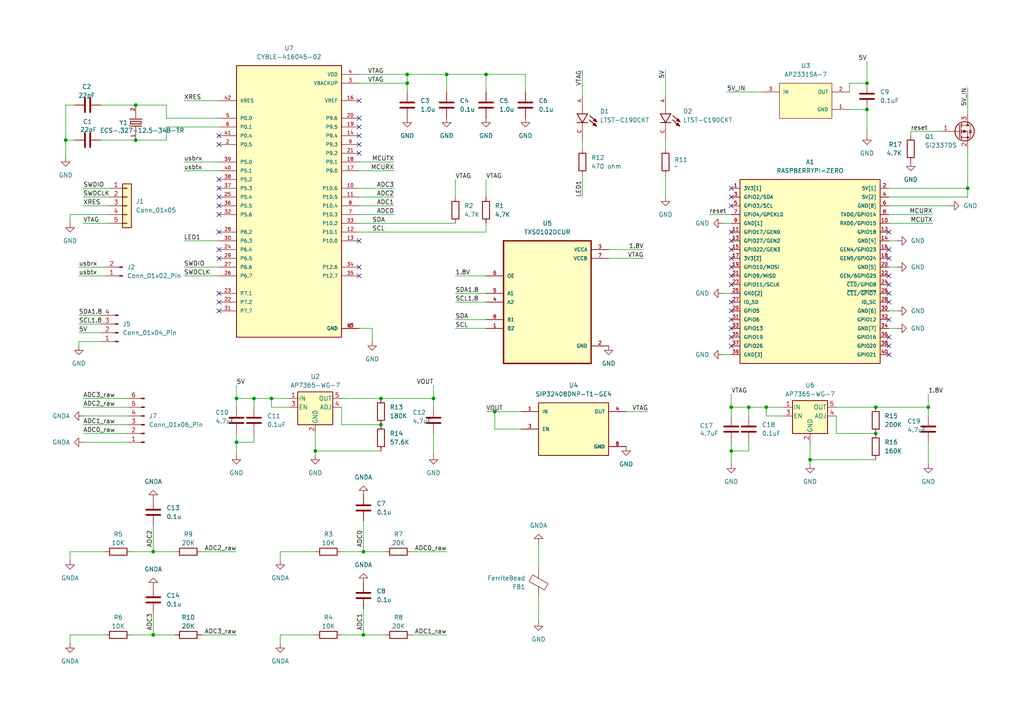
<source format=kicad_sch>
(kicad_sch (version 20250114) (generator "eeschema") (generator_version "9.0")
  (paper "A4")
  (title_block (title "ECMOPCBv2") (date "2025-04-10") (rev "V2") (company "Carnegie Mellon University Biorobotics Lab"))
  (junction (at 234.95 133.35))
  (junction (at 140.97 21.59))
  (junction (at 78.74 115.57))
  (junction (at 129.54 21.59))
  (junction (at 44.45 184.15))
  (junction (at 19.05 40.64))
  (junction (at 251.46 31.75))
  (junction (at 91.44 130.81))
  (junction (at 217.17 118.11))
  (junction (at 254 118.11))
  (junction (at 212.09 130.81))
  (junction (at 39.37 30.48))
  (junction (at 110.49 115.57))
  (junction (at 212.09 118.11))
  (junction (at 68.58 115.57))
  (junction (at 105.41 160.02))
  (junction (at 143.51 119.38))
  (junction (at 73.66 115.57))
  (junction (at 39.37 40.64))
  (junction (at 125.73 115.57))
  (junction (at 280.67 54.61))
  (junction (at 118.11 24.13))
  (junction (at 68.58 128.27))
  (junction (at 251.46 24.13))
  (junction (at 254 125.73))
  (junction (at 44.45 160.02))
  (junction (at 118.11 21.59))
  (junction (at 105.41 184.15))
  (junction (at 110.49 123.19))
  (junction (at 269.24 118.11))
  (junction (at 222.25 118.11))
  (no_connect (at 63.5 90.17))
  (no_connect (at 63.5 59.69))
  (no_connect (at 257.81 67.31))
  (no_connect (at 257.81 92.71))
  (no_connect (at 257.81 72.39))
  (no_connect (at 104.14 80.01))
  (no_connect (at 212.09 82.55))
  (no_connect (at 63.5 72.39))
  (no_connect (at 63.5 52.07))
  (no_connect (at 104.14 39.37))
  (no_connect (at 104.14 29.21))
  (no_connect (at 212.09 67.31))
  (no_connect (at 212.09 77.47))
  (no_connect (at 63.5 62.23))
  (no_connect (at 63.5 41.91))
  (no_connect (at 104.14 69.85))
  (no_connect (at 212.09 59.69))
  (no_connect (at 212.09 97.79))
  (no_connect (at 212.09 72.39))
  (no_connect (at 104.14 36.83))
  (no_connect (at 257.81 74.93))
  (no_connect (at 212.09 95.25))
  (no_connect (at 63.5 85.09))
  (no_connect (at 257.81 82.55))
  (no_connect (at 257.81 97.79))
  (no_connect (at 212.09 100.33))
  (no_connect (at 212.09 80.01))
  (no_connect (at 212.09 74.93))
  (no_connect (at 257.81 102.87))
  (no_connect (at 257.81 80.01))
  (no_connect (at 63.5 57.15))
  (no_connect (at 63.5 54.61))
  (no_connect (at 212.09 87.63))
  (no_connect (at 212.09 57.15))
  (no_connect (at 63.5 39.37))
  (no_connect (at 212.09 92.71))
  (no_connect (at 257.81 100.33))
  (no_connect (at 257.81 85.09))
  (no_connect (at 104.14 41.91))
  (no_connect (at 212.09 69.85))
  (no_connect (at 212.09 54.61))
  (no_connect (at 63.5 87.63))
  (no_connect (at 63.5 74.93))
  (no_connect (at 63.5 67.31))
  (no_connect (at 104.14 34.29))
  (no_connect (at 212.09 90.17))
  (no_connect (at 104.14 44.45))
  (no_connect (at 104.14 77.47))
  (no_connect (at 257.81 87.63))
  (wire (pts (xy 176.53 74.93) (xy 186.69 74.93)))
  (wire (pts (xy 48.26 36.83) (xy 48.26 40.64)))
  (wire (pts (xy 269.24 128.27) (xy 269.24 134.62)))
  (wire (pts (xy 251.46 24.13) (xy 246.38 24.13)))
  (wire (pts (xy 78.74 115.57) (xy 78.74 118.11)))
  (wire (pts (xy 269.24 114.3) (xy 269.24 118.11)))
  (wire (pts (xy 280.67 25.4) (xy 280.67 33.02)))
  (wire (pts (xy 104.14 95.25) (xy 107.95 95.25)))
  (wire (pts (xy 212.09 118.11) (xy 212.09 120.65)))
  (wire (pts (xy 20.32 184.15) (xy 20.32 186.69)))
  (wire (pts (xy 210.82 26.67) (xy 220.98 26.67)))
  (wire (pts (xy 168.91 43.18) (xy 168.91 40.64)))
  (wire (pts (xy 132.08 87.63) (xy 140.97 87.63)))
  (wire (pts (xy 22.86 80.01) (xy 30.48 80.01)))
  (wire (pts (xy 132.08 85.09) (xy 140.97 85.09)))
  (wire (pts (xy 129.54 21.59) (xy 129.54 26.67)))
  (wire (pts (xy 22.86 77.47) (xy 30.48 77.47)))
  (wire (pts (xy 156.21 180.34) (xy 156.21 172.72)))
  (wire (pts (xy 246.38 24.13) (xy 246.38 26.67)))
  (wire (pts (xy 78.74 115.57) (xy 83.82 115.57)))
  (wire (pts (xy 217.17 118.11) (xy 222.25 118.11)))
  (wire (pts (xy 125.73 115.57) (xy 125.73 118.11)))
  (wire (pts (xy 125.73 111.76) (xy 125.73 115.57)))
  (wire (pts (xy 132.08 95.25) (xy 140.97 95.25)))
  (wire (pts (xy 44.45 184.15) (xy 50.8 184.15)))
  (wire (pts (xy 63.5 34.29) (xy 48.26 34.29)))
  (wire (pts (xy 257.81 64.77) (xy 270.51 64.77)))
  (wire (pts (xy 132.08 52.07) (xy 132.08 57.15)))
  (wire (pts (xy 260.35 95.25) (xy 257.81 95.25)))
  (wire (pts (xy 260.35 77.47) (xy 257.81 77.47)))
  (wire (pts (xy 104.14 24.13) (xy 118.11 24.13)))
  (wire (pts (xy 68.58 115.57) (xy 73.66 115.57)))
  (wire (pts (xy 152.4 21.59) (xy 152.4 26.67)))
  (wire (pts (xy 58.42 184.15) (xy 68.58 184.15)))
  (wire (pts (xy 257.81 59.69) (xy 275.59 59.69)))
  (wire (pts (xy 48.26 40.64) (xy 39.37 40.64)))
  (wire (pts (xy 21.59 30.48) (xy 19.05 30.48)))
  (wire (pts (xy 118.11 21.59) (xy 118.11 24.13)))
  (wire (pts (xy 24.13 125.73) (xy 36.83 125.73)))
  (wire (pts (xy 22.86 93.98) (xy 29.21 93.98)))
  (wire (pts (xy 181.61 119.38) (xy 187.96 119.38)))
  (wire (pts (xy 118.11 24.13) (xy 118.11 26.67)))
  (wire (pts (xy 104.14 59.69) (xy 114.3 59.69)))
  (wire (pts (xy 63.5 36.83) (xy 48.26 36.83)))
  (wire (pts (xy 257.81 62.23) (xy 270.51 62.23)))
  (wire (pts (xy 234.95 128.27) (xy 234.95 133.35)))
  (wire (pts (xy 251.46 17.78) (xy 251.46 24.13)))
  (wire (pts (xy 30.48 184.15) (xy 20.32 184.15)))
  (wire (pts (xy 105.41 160.02) (xy 111.76 160.02)))
  (wire (pts (xy 260.35 69.85) (xy 257.81 69.85)))
  (wire (pts (xy 19.05 30.48) (xy 19.05 40.64)))
  (wire (pts (xy 209.55 64.77) (xy 212.09 64.77)))
  (wire (pts (xy 44.45 152.4) (xy 44.45 160.02)))
  (wire (pts (xy 234.95 133.35) (xy 234.95 134.62)))
  (wire (pts (xy 24.13 57.15) (xy 31.75 57.15)))
  (wire (pts (xy 58.42 160.02) (xy 68.58 160.02)))
  (wire (pts (xy 264.16 38.1) (xy 264.16 39.37)))
  (wire (pts (xy 176.53 72.39) (xy 186.69 72.39)))
  (wire (pts (xy 91.44 160.02) (xy 81.28 160.02)))
  (wire (pts (xy 81.28 160.02) (xy 81.28 162.56)))
  (wire (pts (xy 68.58 115.57) (xy 68.58 118.11)))
  (wire (pts (xy 217.17 118.11) (xy 217.17 120.65)))
  (wire (pts (xy 193.04 40.64) (xy 193.04 43.18)))
  (wire (pts (xy 104.14 64.77) (xy 132.08 64.77)))
  (wire (pts (xy 81.28 184.15) (xy 81.28 186.69)))
  (wire (pts (xy 140.97 67.31) (xy 104.14 67.31)))
  (wire (pts (xy 24.13 115.57) (xy 36.83 115.57)))
  (wire (pts (xy 53.34 46.99) (xy 63.5 46.99)))
  (wire (pts (xy 132.08 80.01) (xy 140.97 80.01)))
  (wire (pts (xy 24.13 54.61) (xy 31.75 54.61)))
  (wire (pts (xy 168.91 20.32) (xy 168.91 27.94)))
  (wire (pts (xy 22.86 91.44) (xy 29.21 91.44)))
  (wire (pts (xy 24.13 64.77) (xy 31.75 64.77)))
  (wire (pts (xy 280.67 57.15) (xy 280.67 54.61)))
  (wire (pts (xy 78.74 118.11) (xy 83.82 118.11)))
  (wire (pts (xy 53.34 29.21) (xy 63.5 29.21)))
  (wire (pts (xy 129.54 21.59) (xy 140.97 21.59)))
  (wire (pts (xy 193.04 50.8) (xy 193.04 57.15)))
  (wire (pts (xy 217.17 128.27) (xy 217.17 130.81)))
  (wire (pts (xy 68.58 128.27) (xy 68.58 132.08)))
  (wire (pts (xy 24.13 128.27) (xy 36.83 128.27)))
  (wire (pts (xy 269.24 118.11) (xy 269.24 120.65)))
  (wire (pts (xy 22.86 99.06) (xy 22.86 100.33)))
  (wire (pts (xy 68.58 125.73) (xy 68.58 128.27)))
  (wire (pts (xy 22.86 96.52) (xy 29.21 96.52)))
  (wire (pts (xy 99.06 123.19) (xy 110.49 123.19)))
  (wire (pts (xy 105.41 176.53) (xy 105.41 184.15)))
  (wire (pts (xy 107.95 95.25) (xy 107.95 99.06)))
  (wire (pts (xy 24.13 123.19) (xy 36.83 123.19)))
  (wire (pts (xy 44.45 160.02) (xy 50.8 160.02)))
  (wire (pts (xy 29.21 40.64) (xy 39.37 40.64)))
  (wire (pts (xy 140.97 21.59) (xy 152.4 21.59)))
  (wire (pts (xy 140.97 21.59) (xy 140.97 26.67)))
  (wire (pts (xy 118.11 21.59) (xy 129.54 21.59)))
  (wire (pts (xy 91.44 184.15) (xy 81.28 184.15)))
  (wire (pts (xy 205.74 62.23) (xy 212.09 62.23)))
  (wire (pts (xy 140.97 64.77) (xy 140.97 67.31)))
  (wire (pts (xy 242.57 120.65) (xy 242.57 125.73)))
  (wire (pts (xy 20.32 160.02) (xy 20.32 162.56)))
  (wire (pts (xy 99.06 184.15) (xy 105.41 184.15)))
  (wire (pts (xy 110.49 115.57) (xy 125.73 115.57)))
  (wire (pts (xy 68.58 128.27) (xy 73.66 128.27)))
  (wire (pts (xy 99.06 160.02) (xy 105.41 160.02)))
  (wire (pts (xy 22.86 99.06) (xy 29.21 99.06)))
  (wire (pts (xy 212.09 130.81) (xy 217.17 130.81)))
  (wire (pts (xy 257.81 54.61) (xy 280.67 54.61)))
  (wire (pts (xy 105.41 151.13) (xy 105.41 160.02)))
  (wire (pts (xy 24.13 118.11) (xy 36.83 118.11)))
  (wire (pts (xy 104.14 21.59) (xy 118.11 21.59)))
  (wire (pts (xy 257.81 57.15) (xy 280.67 57.15)))
  (wire (pts (xy 73.66 115.57) (xy 78.74 115.57)))
  (wire (pts (xy 19.05 40.64) (xy 21.59 40.64)))
  (wire (pts (xy 125.73 125.73) (xy 125.73 132.08)))
  (wire (pts (xy 242.57 118.11) (xy 254 118.11)))
  (wire (pts (xy 19.05 40.64) (xy 19.05 45.72)))
  (wire (pts (xy 99.06 118.11) (xy 99.06 123.19)))
  (wire (pts (xy 156.21 165.1) (xy 156.21 157.48)))
  (wire (pts (xy 222.25 120.65) (xy 227.33 120.65)))
  (wire (pts (xy 104.14 49.53) (xy 114.3 49.53)))
  (wire (pts (xy 48.26 30.48) (xy 39.37 30.48)))
  (wire (pts (xy 151.13 124.46) (xy 143.51 124.46)))
  (wire (pts (xy 251.46 31.75) (xy 251.46 39.37)))
  (wire (pts (xy 20.32 64.77) (xy 20.32 62.23)))
  (wire (pts (xy 73.66 115.57) (xy 73.66 118.11)))
  (wire (pts (xy 53.34 77.47) (xy 63.5 77.47)))
  (wire (pts (xy 104.14 46.99) (xy 114.3 46.99)))
  (wire (pts (xy 30.48 160.02) (xy 20.32 160.02)))
  (wire (pts (xy 212.09 118.11) (xy 217.17 118.11)))
  (wire (pts (xy 212.09 128.27) (xy 212.09 130.81)))
  (wire (pts (xy 91.44 130.81) (xy 110.49 130.81)))
  (wire (pts (xy 104.14 62.23) (xy 114.3 62.23)))
  (wire (pts (xy 193.04 20.32) (xy 193.04 27.94)))
  (wire (pts (xy 242.57 125.73) (xy 254 125.73)))
  (wire (pts (xy 24.13 59.69) (xy 31.75 59.69)))
  (wire (pts (xy 91.44 125.73) (xy 91.44 130.81)))
  (wire (pts (xy 91.44 130.81) (xy 91.44 132.08)))
  (wire (pts (xy 168.91 50.8) (xy 168.91 57.15)))
  (wire (pts (xy 209.55 85.09) (xy 212.09 85.09)))
  (wire (pts (xy 104.14 57.15) (xy 114.3 57.15)))
  (wire (pts (xy 38.1 160.02) (xy 44.45 160.02)))
  (wire (pts (xy 143.51 124.46) (xy 143.51 119.38)))
  (wire (pts (xy 53.34 49.53) (xy 63.5 49.53)))
  (wire (pts (xy 38.1 184.15) (xy 44.45 184.15)))
  (wire (pts (xy 254 118.11) (xy 269.24 118.11)))
  (wire (pts (xy 234.95 133.35) (xy 254 133.35)))
  (wire (pts (xy 24.13 120.65) (xy 36.83 120.65)))
  (wire (pts (xy 212.09 114.3) (xy 212.09 118.11)))
  (wire (pts (xy 209.55 102.87) (xy 212.09 102.87)))
  (wire (pts (xy 222.25 118.11) (xy 227.33 118.11)))
  (wire (pts (xy 212.09 130.81) (xy 212.09 134.62)))
  (wire (pts (xy 140.97 52.07) (xy 140.97 57.15)))
  (wire (pts (xy 99.06 115.57) (xy 110.49 115.57)))
  (wire (pts (xy 143.51 119.38) (xy 151.13 119.38)))
  (wire (pts (xy 20.32 62.23) (xy 31.75 62.23)))
  (wire (pts (xy 53.34 69.85) (xy 63.5 69.85)))
  (wire (pts (xy 29.21 30.48) (xy 39.37 30.48)))
  (wire (pts (xy 246.38 31.75) (xy 251.46 31.75)))
  (wire (pts (xy 53.34 80.01) (xy 63.5 80.01)))
  (wire (pts (xy 68.58 111.76) (xy 68.58 115.57)))
  (wire (pts (xy 73.66 125.73) (xy 73.66 128.27)))
  (wire (pts (xy 260.35 90.17) (xy 257.81 90.17)))
  (wire (pts (xy 44.45 177.8) (xy 44.45 184.15)))
  (wire (pts (xy 119.38 160.02) (xy 129.54 160.02)))
  (wire (pts (xy 104.14 54.61) (xy 114.3 54.61)))
  (wire (pts (xy 264.16 38.1) (xy 273.05 38.1)))
  (wire (pts (xy 105.41 184.15) (xy 111.76 184.15)))
  (wire (pts (xy 140.97 119.38) (xy 143.51 119.38)))
  (wire (pts (xy 222.25 118.11) (xy 222.25 120.65)))
  (wire (pts (xy 119.38 184.15) (xy 129.54 184.15)))
  (wire (pts (xy 48.26 34.29) (xy 48.26 30.48)))
  (wire (pts (xy 132.08 92.71) (xy 140.97 92.71)))
  (wire (pts (xy 280.67 43.18) (xy 280.67 54.61)))
  (label "VOUT" (at 125.73 111.76 180))
  (label "MCURX" (at 114.3 49.53 180))
  (label "1.8V" (at 269.24 114.3 0))
  (label "SCL" (at 107.95 67.31 0))
  (label "ADC3_raw" (at 68.58 184.15 180))
  (label "VTAG" (at 168.91 20.32 270))
  (label "SWDIO" (at 24.13 54.61 0))
  (label "VTAG" (at 212.09 114.3 0))
  (label "VOUT" (at 140.97 119.38 0))
  (label "ADC1" (at 105.41 182.88 90))
  (label "reset" (at 205.74 62.23 0))
  (label "SCL1.8" (at 22.86 93.98 0))
  (label "ADC2" (at 44.45 158.75 90))
  (label "5V_IN" (at 280.67 25.4 270))
  (label "XRES" (at 53.34 29.21 0))
  (label "ADC0_raw" (at 24.13 125.73 0))
  (label "ADC0_raw" (at 129.54 160.02 180))
  (label "SCL1.8" (at 132.08 87.63 0))
  (label "5V" (at 193.04 20.32 270))
  (label "MCUTX" (at 114.3 46.99 180))
  (label "usbtx" (at 53.34 49.53 0))
  (label "XRES" (at 24.13 59.69 0))
  (label "VTAG" (at 140.97 52.07 0))
  (label "ADC1" (at 114.3 59.69 180))
  (label "ADC3" (at 44.45 182.88 90))
  (label "5V" (at 22.86 96.52 0))
  (label "LED1" (at 53.34 69.85 0))
  (label "ADC1_raw" (at 129.54 184.15 180))
  (label "SDA1.8" (at 132.08 85.09 0))
  (label "ADC3" (at 114.3 54.61 180))
  (label "usbtx" (at 22.86 80.01 0))
  (label "ADC1_raw" (at 24.13 123.19 0))
  (label "SCL" (at 132.08 95.25 0))
  (label "VTAG" (at 187.96 119.38 180))
  (label "MCUTX" (at 270.51 64.77 180))
  (label "usbrx" (at 53.34 46.99 0))
  (label "SDA1.8" (at 22.86 91.44 0))
  (label "ADC3_raw" (at 24.13 115.57 0))
  (label "5V" (at 251.46 17.78 180))
  (label "usbrx" (at 22.86 77.47 0))
  (label "LED1" (at 168.91 57.15 90))
  (label "SDA" (at 107.95 64.77 0))
  (label "VTAG" (at 106.68 24.13 0))
  (label "ADC0" (at 105.41 158.75 90))
  (label "1.8V" (at 132.08 80.01 0))
  (label "SDA" (at 132.08 92.71 0))
  (label "SWDCLK" (at 53.34 80.01 0))
  (label "ADC0" (at 114.3 62.23 180))
  (label "VTAG" (at 106.68 21.59 0))
  (label "VTAG" (at 132.08 52.07 0))
  (label "reset" (at 264.16 38.1 0))
  (label "5V" (at 68.58 111.76 0))
  (label "5V_IN" (at 210.82 26.67 0))
  (label "ADC2_raw" (at 68.58 160.02 180))
  (label "SWDIO" (at 53.34 77.47 0))
  (label "ADC2_raw" (at 24.13 118.11 0))
  (label "SWDCLK" (at 24.13 57.15 0))
  (label "VTAG" (at 24.13 64.77 0))
  (label "MCURX" (at 270.51 62.23 180))
  (label "ADC2" (at 114.3 57.15 180))
  (label "VTAG" (at 186.69 74.93 180))
  (label "1.8V" (at 186.69 72.39 180))
  (symbol (lib_id "power:GNDA") (at 44.45 144.78 180) (unit 1)
    (property "Reference" "#PWR023" (effects (hide yes)))
    (property "Value" "GNDA" (at 44.45 139.7 0))
    (property "Description" "Power symbol creates a global label with name \"GNDA\" , analog ground" (effects (hide yes)))
  )
  (symbol (lib_id "power:GND") (at 260.35 69.85 90) (unit 1)
    (property "Reference" "#PWR030" (effects (hide yes)))
    (property "Value" "GND" (at 264.16 69.8501 90) (effects (justify right)))
    (property "Description" "Power symbol creates a global label with name \"GND\" , ground" (effects (hide yes)))
  )
  (symbol (lib_id "Device:C") (at 105.41 147.32 0) (unit 1)
    (property "Reference" "C7" (at 109.22 146.0499 0) (effects (justify left)))
    (property "Value" "0.1u" (at 109.22 148.5899 0) (effects (justify left)))
    (property "Footprint" "Capacitor_SMD:C_0603_1608Metric" (effects (hide yes)))
    (property "Description" "Unpolarized capacitor" (effects (hide yes)))
  )
  (symbol (lib_id "Device:C") (at 25.4 30.48 270) (unit 1)
    (property "Reference" "C2" (at 25.146 25.146 90))
    (property "Value" "22pF" (at 25.146 27.686 90))
    (property "Footprint" "Capacitor_SMD:C_0603_1608Metric" (effects (hide yes)))
    (property "Description" "Unpolarized capacitor" (effects (hide yes)))
  )
  (symbol (lib_id "Device:R") (at 95.25 160.02 90) (unit 1)
    (property "Reference" "R3" (at 95.25 154.94 90))
    (property "Value" "10K" (at 95.25 157.48 90))
    (property "Footprint" "Resistor_SMD:R_0603_1608Metric" (effects (hide yes)))
    (property "Description" "Resistor" (effects (hide yes)))
  )
  (symbol (lib_id "power:GND") (at 260.35 95.25 90) (unit 1)
    (property "Reference" "#PWR032" (effects (hide yes)))
    (property "Value" "GND" (at 264.16 95.2501 90) (effects (justify right)))
    (property "Description" "Power symbol creates a global label with name \"GND\" , ground" (effects (hide yes)))
  )
  (symbol (lib_id "Device:C") (at 118.11 30.48 0) (unit 1)
    (property "Reference" "C3" (at 121.92 29.2099 0) (effects (justify left)))
    (property "Value" "1.0u" (at 121.92 31.7499 0) (effects (justify left)))
    (property "Footprint" "Capacitor_SMD:C_0603_1608Metric" (effects (hide yes)))
    (property "Description" "Unpolarized capacitor" (effects (hide yes)))
  )
  (symbol (lib_id "power:GND") (at 234.95 134.62 0) (unit 1)
    (property "Reference" "#PWR042" (effects (hide yes)))
    (property "Value" "GND" (at 234.95 139.7 0))
    (property "Description" "Power symbol creates a global label with name \"GND\" , ground" (effects (hide yes)))
  )
  (symbol (lib_id "power:GND") (at 260.35 90.17 90) (unit 1)
    (property "Reference" "#PWR029" (effects (hide yes)))
    (property "Value" "GND" (at 264.16 90.1701 90) (effects (justify right)))
    (property "Description" "Power symbol creates a global label with name \"GND\" , ground" (effects (hide yes)))
  )
  (symbol (lib_id "power:GND") (at 181.61 129.54 0) (unit 1)
    (property "Reference" "#PWR037" (effects (hide yes)))
    (property "Value" "GND" (at 181.61 134.62 0))
    (property "Description" "Power symbol creates a global label with name \"GND\" , ground" (effects (hide yes)))
  )
  (symbol (lib_id "Device:C") (at 105.41 172.72 0) (unit 1)
    (property "Reference" "C8" (at 109.22 171.4499 0) (effects (justify left)))
    (property "Value" "0.1u" (at 109.22 173.9899 0) (effects (justify left)))
    (property "Footprint" "Capacitor_SMD:C_0603_1608Metric" (effects (hide yes)))
    (property "Description" "Unpolarized capacitor" (effects (hide yes)))
  )
  (symbol (lib_id "Transistor_FET:AO3401A") (at 278.13 38.1 0) (unit 1)
    (property "Reference" "Q1" (at 268.224 39.624 0) (effects (justify left)))
    (property "Value" "Si2337DS" (at 268.224 42.164 0) (effects (justify left)))
    (property "Footprint" "Package_TO_SOT_SMD:SOT-23" (effects (hide yes)))
    (property "Datasheet" "http://www.aosmd.com/pdfs/datasheet/AO3401A.pdf" (effects (hide yes)))
    (property "Description" "-4.0A Id, -30V Vds, P-Channel MOSFET, SOT-23" (effects (hide yes)))
  )
  (symbol (lib_id "power:GND") (at 275.59 59.69 90) (unit 1)
    (property "Reference" "#PWR025" (effects (hide yes)))
    (property "Value" "GND" (at 279.4 59.6899 90) (effects (justify right)))
    (property "Description" "Power symbol creates a global label with name \"GND\" , ground" (effects (hide yes)))
  )
  (symbol (lib_id "Device:R") (at 264.16 43.18 0) (mirror x) (unit 1)
    (property "Reference" "R17" (at 261.62 41.9099 0) (effects (justify right)))
    (property "Value" "4.7K" (at 261.62 44.4499 0) (effects (justify right)))
    (property "Footprint" "Resistor_SMD:R_0603_1608Metric" (effects (hide yes)))
    (property "Description" "Resistor" (effects (hide yes)))
  )
  (symbol (lib_id "Device:C") (at 140.97 30.48 0) (unit 1)
    (property "Reference" "C5" (at 144.78 29.2099 0) (effects (justify left)))
    (property "Value" "1.0u" (at 144.78 31.7499 0) (effects (justify left)))
    (property "Footprint" "Capacitor_SMD:C_0603_1608Metric" (effects (hide yes)))
    (property "Description" "Unpolarized capacitor" (effects (hide yes)))
  )
  (symbol (lib_id "power:GNDA") (at 44.45 170.18 180) (unit 1)
    (property "Reference" "#PWR039" (effects (hide yes)))
    (property "Value" "GNDA" (at 44.45 165.1 0))
    (property "Description" "Power symbol creates a global label with name \"GNDA\" , analog ground" (effects (hide yes)))
  )
  (symbol (lib_id "power:GND") (at 269.24 134.62 0) (unit 1)
    (property "Reference" "#PWR043" (effects (hide yes)))
    (property "Value" "GND" (at 269.24 139.7 0))
    (property "Description" "Power symbol creates a global label with name \"GND\" , ground" (effects (hide yes)))
  )
  (symbol (lib_id "Connector_Generic:Conn_01x05") (at 36.83 59.69 0) (unit 1)
    (property "Reference" "J1" (at 39.37 58.4199 0) (effects (justify left)))
    (property "Value" "Conn_01x05" (at 39.37 60.9599 0) (effects (justify left)))
    (property "Footprint" "Connector_PinHeader_2.54mm:PinHeader_1x05_P2.54mm_Horizontal" (effects (hide yes)))
    (property "Description" "Generic connector, single row, 01x05, script generated (kicad-library-utils/schlib/autogen/connector/)" (effects (hide yes)))
  )
  (symbol (lib_name "CYBLE-416045-02_1") (lib_id "CYBLE-416045-02:CYBLE-416045-02") (at 83.82 57.15 0) (unit 1)
    (property "Reference" "U7" (at 83.82 13.97 0))
    (property "Value" "CYBLE-416045-02" (at 83.82 16.51 0))
    (property "Footprint" "CYBLE-416045-02:XCVR_CYBLE-416045-02" (effects (hide yes)))
    (property "MF" "Cypress Semiconductor" (effects (hide yes)))
    (property "MAXIMUM_PACKAGE_HEIGHT" "2.0mm" (effects (hide yes)))
    (property "Package" "None" (effects (hide yes)))
    (property "Price" "None" (effects (hide yes)))
    (property "Check_prices" "https://www.snapeda.com/parts/CYBLE-416045-02/Infineon/view-part/?ref=eda" (effects (hide yes)))
    (property "STANDARD" "Manufacturer Recommendations" (effects (hide yes)))
    (property "PARTREV" "A" (effects (hide yes)))
    (property "SnapEDA_Link" "https://www.snapeda.com/parts/CYBLE-416045-02/Infineon/view-part/?ref=snap" (effects (hide yes)))
    (property "MP" "CYBLE-416045-02" (effects (hide yes)))
    (property "Description_1" "Bluetooth Bluetooth v5.0 Transceiver Module 2.4GHz ~ 2.5GHz Integrated, Trace Surface Mount" (effects (hide yes)))
    (property "Availability" "In Stock" (effects (hide yes)))
    (property "MANUFACTURER" "CYPRESS" (effects (hide yes)))
  )
  (symbol (lib_id "power:GNDA") (at 81.28 186.69 0) (unit 1)
    (property "Reference" "#PWR013" (effects (hide yes)))
    (property "Value" "GNDA" (at 81.28 191.77 0))
    (property "Description" "Power symbol creates a global label with name \"GNDA\" , analog ground" (effects (hide yes)))
  )
  (symbol (lib_id "power:GND") (at 193.04 57.15 0) (unit 1)
    (property "Reference" "#PWR038" (effects (hide yes)))
    (property "Value" "GND" (at 193.04 62.23 0))
    (property "Description" "Power symbol creates a global label with name \"GND\" , ground" (effects (hide yes)))
  )
  (symbol (lib_id "Device:R") (at 110.49 127 0) (unit 1)
    (property "Reference" "R14" (at 113.03 125.7299 0) (effects (justify left)))
    (property "Value" "57.6K" (at 113.03 128.2699 0) (effects (justify left)))
    (property "Footprint" "Resistor_SMD:R_0603_1608Metric" (effects (hide yes)))
    (property "Description" "Resistor" (effects (hide yes)))
  )
  (symbol (lib_id "Device:C") (at 44.45 148.59 0) (unit 1)
    (property "Reference" "C13" (at 48.26 147.3199 0) (effects (justify left)))
    (property "Value" "0.1u" (at 48.26 149.8599 0) (effects (justify left)))
    (property "Footprint" "Capacitor_SMD:C_0603_1608Metric" (effects (hide yes)))
    (property "Description" "Unpolarized capacitor" (effects (hide yes)))
  )
  (symbol (lib_id "power:GNDA") (at 105.41 143.51 180) (unit 1)
    (property "Reference" "#PWR020" (effects (hide yes)))
    (property "Value" "GNDA" (at 105.41 138.43 0))
    (property "Description" "Power symbol creates a global label with name \"GNDA\" , analog ground" (effects (hide yes)))
  )
  (symbol (lib_id "LTST-C190CKT:LTST-C190CKT") (at 193.04 35.56 270) (unit 1)
    (property "Reference" "D2" (at 198.12 32.2833 90) (effects (justify left)))
    (property "Value" "LTST-C190CKT" (at 198.12 34.8233 90) (effects (justify left)))
    (property "Footprint" "LTST-C190CKT:LEDSC160X80X90-2N" (effects (hide yes)))
    (property "MF" "Lite-On Inc." (effects (hide yes)))
    (property "MAXIMUM_PACKAGE_HEIGHT" "0.9mm" (effects (hide yes)))
    (property "Package" "0603 Lite-On" (effects (hide yes)))
    (property "Price" "None" (effects (hide yes)))
    (property "Check_prices" "https://www.snapeda.com/parts/LTST-C190CKT/Lite-On/view-part/?ref=eda" (effects (hide yes)))
    (property "STANDARD" "IPC 7351B" (effects (hide yes)))
    (property "PARTREV" "N/A" (effects (hide yes)))
    (property "SnapEDA_Link" "https://www.snapeda.com/parts/LTST-C190CKT/Lite-On/view-part/?ref=snap" (effects (hide yes)))
    (property "MP" "LTST-C190CKT" (effects (hide yes)))
    (property "Description_1" "Red 638nm LED Indication - Discrete 1.8V 0603 (1608 Metric)" (effects (hide yes)))
    (property "Availability" "In Stock" (effects (hide yes)))
    (property "MANUFACTURER" "Lite-On Inc." (effects (hide yes)))
  )
  (symbol (lib_id "power:GNDA") (at 24.13 128.27 270) (unit 1)
    (property "Reference" "#PWR022" (effects (hide yes)))
    (property "Value" "GNDA" (at 20.32 128.2699 90) (effects (justify right)))
    (property "Description" "Power symbol creates a global label with name \"GNDA\" , analog ground" (effects (hide yes)))
  )
  (symbol (lib_id "power:GND") (at 22.86 100.33 0) (unit 1)
    (property "Reference" "#PWR018" (effects (hide yes)))
    (property "Value" "GND" (at 22.86 105.41 0))
    (property "Description" "Power symbol creates a global label with name \"GND\" , ground" (effects (hide yes)))
  )
  (symbol (lib_id "Device:C") (at 68.58 121.92 0) (unit 1)
    (property "Reference" "C10" (at 62.484 119.634 0) (effects (justify left)))
    (property "Value" "4.7uF" (at 62.484 122.174 0) (effects (justify left)))
    (property "Footprint" "Capacitor_SMD:C_0603_1608Metric" (effects (hide yes)))
    (property "Description" "Unpolarized capacitor" (effects (hide yes)))
  )
  (symbol (lib_id "Device:C") (at 251.46 27.94 0) (unit 1)
    (property "Reference" "C9" (at 255.27 26.6699 0) (effects (justify left)))
    (property "Value" "0.1uF" (at 255.27 29.2099 0) (effects (justify left)))
    (property "Footprint" "Capacitor_SMD:C_0603_1608Metric" (effects (hide yes)))
    (property "Description" "Unpolarized capacitor" (effects (hide yes)))
  )
  (symbol (lib_id "power:GND") (at 152.4 34.29 0) (unit 1)
    (property "Reference" "#PWR017" (effects (hide yes)))
    (property "Value" "GND" (at 152.4 39.37 0))
    (property "Description" "Power symbol creates a global label with name \"GND\" , ground" (effects (hide yes)))
  )
  (symbol (lib_id "power:GNDA") (at 20.32 162.56 0) (unit 1)
    (property "Reference" "#PWR012" (effects (hide yes)))
    (property "Value" "GNDA" (at 20.32 167.64 0))
    (property "Description" "Power symbol creates a global label with name \"GNDA\" , analog ground" (effects (hide yes)))
  )
  (symbol (lib_id "Device:C") (at 217.17 124.46 0) (unit 1)
    (property "Reference" "C18" (at 220.98 123.1899 0) (effects (justify left)))
    (property "Value" "0.1uF" (at 220.98 125.7299 0) (effects (justify left)))
    (property "Footprint" "Capacitor_SMD:C_0603_1608Metric" (effects (hide yes)))
    (property "Description" "Unpolarized capacitor" (effects (hide yes)))
  )
  (symbol (lib_id "Device:R") (at 95.25 184.15 90) (unit 1)
    (property "Reference" "R4" (at 95.25 179.07 90))
    (property "Value" "10K" (at 95.25 181.61 90))
    (property "Footprint" "Resistor_SMD:R_0603_1608Metric" (effects (hide yes)))
    (property "Description" "Resistor" (effects (hide yes)))
  )
  (symbol (lib_id "LTST-C190CKT:LTST-C190CKT") (at 168.91 35.56 270) (unit 1)
    (property "Reference" "D1" (at 173.99 32.2833 90) (effects (justify left)))
    (property "Value" "LTST-C190CKT" (at 173.99 34.8233 90) (effects (justify left)))
    (property "Footprint" "LTST-C190CKT:LEDSC160X80X90-2N" (effects (hide yes)))
    (property "MF" "Lite-On Inc." (effects (hide yes)))
    (property "MAXIMUM_PACKAGE_HEIGHT" "0.9mm" (effects (hide yes)))
    (property "Package" "0603 Lite-On" (effects (hide yes)))
    (property "Price" "None" (effects (hide yes)))
    (property "Check_prices" "https://www.snapeda.com/parts/LTST-C190CKT/Lite-On/view-part/?ref=eda" (effects (hide yes)))
    (property "STANDARD" "IPC 7351B" (effects (hide yes)))
    (property "PARTREV" "N/A" (effects (hide yes)))
    (property "SnapEDA_Link" "https://www.snapeda.com/parts/LTST-C190CKT/Lite-On/view-part/?ref=snap" (effects (hide yes)))
    (property "MP" "LTST-C190CKT" (effects (hide yes)))
    (property "Description_1" "Red 638nm LED Indication - Discrete 1.8V 0603 (1608 Metric)" (effects (hide yes)))
    (property "Availability" "In Stock" (effects (hide yes)))
    (property "MANUFACTURER" "Lite-On Inc." (effects (hide yes)))
  )
  (symbol (lib_id "SIP32408DNP-T1-GE4:SIP32408DNP-T1-GE4") (at 166.37 124.46 0) (unit 1)
    (property "Reference" "U4" (at 166.37 111.76 0))
    (property "Value" "SIP32408DNP-T1-GE4" (at 166.37 114.3 0))
    (property "Footprint" "SIP32408DNP-T1-GE4:SON50P120X160X60-5N" (effects (hide yes)))
    (property "MF" "Vishay Siliconix" (effects (hide yes)))
    (property "MAXIMUM_PACKAGE_HEIGHT" "0.6 mm" (effects (hide yes)))
    (property "Package" "TDFN-4 Vishay" (effects (hide yes)))
    (property "Price" "None" (effects (hide yes)))
    (property "Check_prices" "https://www.snapeda.com/parts/SIP32408DNP-T1-GE4/Vishay/view-part/?ref=eda" (effects (hide yes)))
    (property "STANDARD" "IPC-7351B" (effects (hide yes)))
    (property "PARTREV" "Rev. G" (effects (hide yes)))
    (property "SnapEDA_Link" "https://www.snapeda.com/parts/SIP32408DNP-T1-GE4/Vishay/view-part/?ref=snap" (effects (hide yes)))
    (property "MP" "SIP32408DNP-T1-GE4" (effects (hide yes)))
    (property "Description_1" "Power Switch Hi Side 3.5A | Siliconix / Vishay SIP32408DNP-T1-GE4" (effects (hide yes)))
    (property "Availability" "In Stock" (effects (hide yes)))
    (property "MANUFACTURER" "Vishay Siliconix" (effects (hide yes)))
  )
  (symbol (lib_id "power:GND") (at 156.21 180.34 0) (unit 1)
    (property "Reference" "#PWR08" (effects (hide yes)))
    (property "Value" "GND" (at 156.21 185.42 0))
    (property "Description" "Power symbol creates a global label with name \"GND\" , ground" (effects (hide yes)))
  )
  (symbol (lib_id "Device:R") (at 193.04 46.99 0) (unit 1)
    (property "Reference" "R11" (at 195.58 46.3549 0) (effects (justify left)))
    (property "Value" "~" (at 195.58 48.26 0) (effects (justify left)))
    (property "Footprint" "Resistor_SMD:R_0603_1608Metric" (effects (hide yes)))
    (property "Description" "Resistor" (effects (hide yes)))
  )
  (symbol (lib_id "Device:R") (at 54.61 184.15 90) (unit 1)
    (property "Reference" "R10" (at 54.61 179.07 90))
    (property "Value" "20K" (at 54.61 181.61 90))
    (property "Footprint" "Resistor_SMD:R_0603_1608Metric" (effects (hide yes)))
    (property "Description" "Resistor" (effects (hide yes)))
  )
  (symbol (lib_id "Regulator_Linear:LDK130-ADJ_SOT23_SOT353") (at 91.44 118.11 0) (unit 1)
    (property "Reference" "U2" (at 91.44 109.22 0))
    (property "Value" "AP7365-WG-7" (at 91.44 111.76 0))
    (property "Footprint" "AP7365-33WG-7:SOT95P285X145-5N" (effects (hide yes)))
    (property "Datasheet" "http://www.st.com/content/ccc/resource/technical/document/datasheet/29/10/f7/87/2f/66/47/f4/DM00076097.pdf/files/DM00076097.pdf/jcr:content/translations/en.DM00076097.pdf" (effects (hide yes)))
    (property "Description" "300mA low dropout linear regulator, low quiescent current very, low noise, shutdown pin, adjustable positive output, SOT-23-5/SOT-353-5/SC-70-5" (effects (hide yes)))
  )
  (symbol (lib_id "power:GND") (at 209.55 102.87 270) (unit 1)
    (property "Reference" "#PWR027" (effects (hide yes)))
    (property "Value" "GND" (at 205.74 102.8699 90) (effects (justify right)))
    (property "Description" "Power symbol creates a global label with name \"GND\" , ground" (effects (hide yes)))
  )
  (symbol (lib_id "power:GNDA") (at 20.32 186.69 0) (unit 1)
    (property "Reference" "#PWR011" (effects (hide yes)))
    (property "Value" "GNDA" (at 20.32 191.77 0))
    (property "Description" "Power symbol creates a global label with name \"GNDA\" , analog ground" (effects (hide yes)))
  )
  (symbol (lib_id "power:GNDA") (at 24.13 120.65 270) (unit 1)
    (property "Reference" "#PWR014" (effects (hide yes)))
    (property "Value" "GNDA" (at 20.32 120.6499 90) (effects (justify right)))
    (property "Description" "Power symbol creates a global label with name \"GNDA\" , analog ground" (effects (hide yes)))
  )
  (symbol (lib_id "Device:C") (at 269.24 124.46 0) (unit 1)
    (property "Reference" "C19" (at 263.144 122.174 0) (effects (justify left)))
    (property "Value" "4.7uF" (at 263.144 124.714 0) (effects (justify left)))
    (property "Footprint" "Capacitor_SMD:C_0603_1608Metric" (effects (hide yes)))
    (property "Description" "Unpolarized capacitor" (effects (hide yes)))
  )
  (symbol (lib_id "Device:R") (at 132.08 60.96 180) (unit 1)
    (property "Reference" "R2" (at 134.62 59.6899 0) (effects (justify right)))
    (property "Value" "4.7K" (at 134.62 62.2299 0) (effects (justify right)))
    (property "Footprint" "Resistor_SMD:R_0603_1608Metric" (effects (hide yes)))
    (property "Description" "Resistor" (effects (hide yes)))
  )
  (symbol (lib_id "Device:C") (at 152.4 30.48 0) (unit 1)
    (property "Reference" "C6" (at 156.21 29.2099 0) (effects (justify left)))
    (property "Value" "0.1u" (at 156.21 31.7499 0) (effects (justify left)))
    (property "Footprint" "Capacitor_SMD:C_0603_1608Metric" (effects (hide yes)))
    (property "Description" "Unpolarized capacitor" (effects (hide yes)))
  )
  (symbol (lib_id "Connector:Conn_01x06_Pin") (at 41.91 123.19 180) (unit 1)
    (property "Reference" "J7" (at 43.18 120.6499 0) (effects (justify right)))
    (property "Value" "Conn_01x06_Pin" (at 43.18 123.1899 0) (effects (justify right)))
    (property "Footprint" "Connector_JST:JST_PH_S6B-PH-K_1x06_P2.00mm_Horizontal" (effects (hide yes)))
    (property "Description" "Generic connector, single row, 01x06, script generated" (effects (hide yes)))
  )
  (symbol (lib_id "Device:C") (at 125.73 121.92 0) (unit 1)
    (property "Reference" "C12" (at 119.634 119.634 0) (effects (justify left)))
    (property "Value" "4.7uF" (at 119.634 122.174 0) (effects (justify left)))
    (property "Footprint" "Capacitor_SMD:C_0603_1608Metric" (effects (hide yes)))
    (property "Description" "Unpolarized capacitor" (effects (hide yes)))
  )
  (symbol (lib_id "Device:C") (at 44.45 173.99 0) (unit 1)
    (property "Reference" "C14" (at 48.26 172.7199 0) (effects (justify left)))
    (property "Value" "0.1u" (at 48.26 175.2599 0) (effects (justify left)))
    (property "Footprint" "Capacitor_SMD:C_0603_1608Metric" (effects (hide yes)))
    (property "Description" "Unpolarized capacitor" (effects (hide yes)))
  )
  (symbol (lib_id "power:GND") (at 209.55 85.09 270) (unit 1)
    (property "Reference" "#PWR026" (effects (hide yes)))
    (property "Value" "GND" (at 205.74 85.0899 90) (effects (justify right)))
    (property "Description" "Power symbol creates a global label with name \"GND\" , ground" (effects (hide yes)))
  )
  (symbol (lib_id "power:GND") (at 212.09 134.62 0) (unit 1)
    (property "Reference" "#PWR041" (effects (hide yes)))
    (property "Value" "GND" (at 212.09 139.7 0))
    (property "Description" "Power symbol creates a global label with name \"GND\" , ground" (effects (hide yes)))
  )
  (symbol (lib_id "TXS0102DCUR:TXS0102DCUR") (at 158.75 87.63 0) (unit 1)
    (property "Reference" "U5" (at 158.75 64.77 0))
    (property "Value" "TXS0102DCUR" (at 158.75 67.31 0))
    (property "Footprint" "TXS0102DCUR:SOP50P310X90-8N" (effects (hide yes)))
    (property "MF" "Texas Instruments" (effects (hide yes)))
    (property "Description_1" "2-Bit Bidirectional Voltage-Level Shifter for Open-Drain and Push-Pull Application" (effects (hide yes)))
    (property "Package" "VSSOP-8 Texas Instruments" (effects (hide yes)))
    (property "Price" "None" (effects (hide yes)))
    (property "SnapEDA_Link" "https://www.snapeda.com/parts/TXS0102DCUR/Texas+Instruments/view-part/?ref=snap" (effects (hide yes)))
    (property "MP" "TXS0102DCUR" (effects (hide yes)))
    (property "Availability" "In Stock" (effects (hide yes)))
    (property "Check_prices" "https://www.snapeda.com/parts/TXS0102DCUR/Texas+Instruments/view-part/?ref=eda" (effects (hide yes)))
  )
  (symbol (lib_id "RASPBERRYPI-ZERO:RASPBERRYPI-ZERO") (at 234.95 77.47 0) (unit 1)
    (property "Reference" "A1" (at 234.95 46.99 0))
    (property "Value" "RASPBERRYPI-ZERO" (at 234.95 49.53 0))
    (property "Footprint" "RASPBERRYPI-ZERO:RASPBERRYPI-ZERO_RPI-ZERO" (effects (hide yes)))
    (property "MF" "Raspberry Pi" (effects (hide yes)))
    (property "Description_1" "Official Raspberry Pi Zero Case" (effects (hide yes)))
    (property "Package" "None" (effects (hide yes)))
    (property "Price" "None" (effects (hide yes)))
    (property "Check_prices" "https://www.snapeda.com/parts/RASPBERRYPI-ZERO/Raspberry+Pi/view-part/?ref=eda" (effects (hide yes)))
    (property "STANDARD" "MAnufactutrer Recommendations" (effects (hide yes)))
    (property "SnapEDA_Link" "https://www.snapeda.com/parts/RASPBERRYPI-ZERO/Raspberry+Pi/view-part/?ref=snap" (effects (hide yes)))
    (property "MP" "RASPBERRYPI-ZERO" (effects (hide yes)))
    (property "Availability" "Not in stock" (effects (hide yes)))
    (property "MANUFACTURER" "Raspberry" (effects (hide yes)))
  )
  (symbol (lib_id "Device:R") (at 168.91 46.99 0) (unit 1)
    (property "Reference" "R12" (at 171.45 45.7199 0) (effects (justify left)))
    (property "Value" "470 ohm" (at 171.45 48.2599 0) (effects (justify left)))
    (property "Footprint" "Resistor_SMD:R_0603_1608Metric" (effects (hide yes)))
    (property "Description" "Resistor" (effects (hide yes)))
  )
  (symbol (lib_id "power:GND") (at 68.58 132.08 0) (unit 1)
    (property "Reference" "#PWR034" (effects (hide yes)))
    (property "Value" "GND" (at 68.58 137.16 0))
    (property "Description" "Power symbol creates a global label with name \"GND\" , ground" (effects (hide yes)))
  )
  (symbol (lib_id "power:GND") (at 264.16 46.99 0) (unit 1)
    (property "Reference" "#PWR044" (effects (hide yes)))
    (property "Value" "GND" (at 264.16 52.07 0))
    (property "Description" "Power symbol creates a global label with name \"GND\" , ground" (effects (hide yes)))
  )
  (symbol (lib_id "power:GND") (at 209.55 64.77 270) (unit 1)
    (property "Reference" "#PWR028" (effects (hide yes)))
    (property "Value" "GND" (at 205.74 64.7699 90) (effects (justify right)))
    (property "Description" "Power symbol creates a global label with name \"GND\" , ground" (effects (hide yes)))
  )
  (symbol (lib_id "Device:R") (at 34.29 184.15 90) (unit 1)
    (property "Reference" "R6" (at 34.29 179.07 90))
    (property "Value" "10K" (at 34.29 181.61 90))
    (property "Footprint" "Resistor_SMD:R_0603_1608Metric" (effects (hide yes)))
    (property "Description" "Resistor" (effects (hide yes)))
  )
  (symbol (lib_id "Device:FerriteBead") (at 156.21 168.91 180) (unit 1)
    (property "Reference" "FB1" (at 152.4 170.2309 0) (effects (justify left)))
    (property "Value" "FerriteBead" (at 152.4 167.6909 0) (effects (justify left)))
    (property "Footprint" "Inductor_SMD:L_0603_1608Metric" (effects (hide yes)))
    (property "Description" "Ferrite bead" (effects (hide yes)))
  )
  (symbol (lib_id "power:GND") (at 20.32 64.77 0) (unit 1)
    (property "Reference" "#PWR019" (effects (hide yes)))
    (property "Value" "GND" (at 20.32 69.85 0))
    (property "Description" "Power symbol creates a global label with name \"GND\" , ground" (effects (hide yes)))
  )
  (symbol (lib_id "Device:R") (at 34.29 160.02 90) (unit 1)
    (property "Reference" "R5" (at 34.29 154.94 90))
    (property "Value" "10K" (at 34.29 157.48 90))
    (property "Footprint" "Resistor_SMD:R_0603_1608Metric" (effects (hide yes)))
    (property "Description" "Resistor" (effects (hide yes)))
  )
  (symbol (lib_id "power:GND") (at 91.44 132.08 0) (unit 1)
    (property "Reference" "#PWR035" (effects (hide yes)))
    (property "Value" "GND" (at 91.44 137.16 0))
    (property "Description" "Power symbol creates a global label with name \"GND\" , ground" (effects (hide yes)))
  )
  (symbol (lib_id "AP2331SA-7:AP2331SA-7") (at 233.68 29.21 0) (unit 1)
    (property "Reference" "U3" (at 233.68 19.05 0))
    (property "Value" "AP2331SA-7" (at 233.68 21.59 0))
    (property "Footprint" "AP2331SA-7:SOT91P240X120-3N" (effects (hide yes)))
    (property "MF" "Diodes Inc." (effects (hide yes)))
    (property "Description_1" "0.2A Current-Limited Load Switch SOT-23 | Diodes Inc AP2331SA-7" (effects (hide yes)))
    (property "Package" "SOT-23-3 Diodes Inc." (effects (hide yes)))
    (property "Price" "None" (effects (hide yes)))
    (property "Check_prices" "https://www.snapeda.com/parts/AP2331SA-7/Diodes+Inc./view-part/?ref=eda" (effects (hide yes)))
    (property "STANDARD" "IPC-7351B" (effects (hide yes)))
    (property "SnapEDA_Link" "https://www.snapeda.com/parts/AP2331SA-7/Diodes+Inc./view-part/?ref=snap" (effects (hide yes)))
    (property "MP" "AP2331SA-7" (effects (hide yes)))
    (property "Availability" "In Stock" (effects (hide yes)))
    (property "MANUFACTURER" "DIODES" (effects (hide yes)))
  )
  (symbol (lib_id "Device:C") (at 73.66 121.92 0) (unit 1)
    (property "Reference" "C11" (at 77.47 120.6499 0) (effects (justify left)))
    (property "Value" "0.1uF" (at 77.47 123.1899 0) (effects (justify left)))
    (property "Footprint" "Capacitor_SMD:C_0603_1608Metric" (effects (hide yes)))
    (property "Description" "Unpolarized capacitor" (effects (hide yes)))
  )
  (symbol (lib_id "power:GND") (at 118.11 34.29 0) (unit 1)
    (property "Reference" "#PWR05" (effects (hide yes)))
    (property "Value" "GND" (at 118.11 39.37 0))
    (property "Description" "Power symbol creates a global label with name \"GND\" , ground" (effects (hide yes)))
  )
  (symbol (lib_id "power:GNDA") (at 105.41 168.91 180) (unit 1)
    (property "Reference" "#PWR021" (effects (hide yes)))
    (property "Value" "GNDA" (at 105.41 163.83 0))
    (property "Description" "Power symbol creates a global label with name \"GNDA\" , analog ground" (effects (hide yes)))
  )
  (symbol (lib_id "power:GND") (at 140.97 34.29 0) (unit 1)
    (property "Reference" "#PWR016" (effects (hide yes)))
    (property "Value" "GND" (at 140.97 39.37 0))
    (property "Description" "Power symbol creates a global label with name \"GND\" , ground" (effects (hide yes)))
  )
  (symbol (lib_id "Regulator_Linear:LDK130-ADJ_SOT23_SOT353") (at 234.95 120.65 0) (unit 1)
    (property "Reference" "U6" (at 234.95 111.76 0))
    (property "Value" "AP7365-WG-7" (at 234.95 114.3 0))
    (property "Footprint" "AP7365-33WG-7:SOT95P285X145-5N" (effects (hide yes)))
    (property "Datasheet" "http://www.st.com/content/ccc/resource/technical/document/datasheet/29/10/f7/87/2f/66/47/f4/DM00076097.pdf/files/DM00076097.pdf/jcr:content/translations/en.DM00076097.pdf" (effects (hide yes)))
    (property "Description" "300mA low dropout linear regulator, low quiescent current very, low noise, shutdown pin, adjustable positive output, SOT-23-5/SOT-353-5/SC-70-5" (effects (hide yes)))
  )
  (symbol (lib_id "power:GND") (at 176.53 100.33 0) (unit 1)
    (property "Reference" "#PWR040" (effects (hide yes)))
    (property "Value" "GND" (at 176.53 105.41 0))
    (property "Description" "Power symbol creates a global label with name \"GND\" , ground" (effects (hide yes)))
  )
  (symbol (lib_id "Device:R") (at 54.61 160.02 90) (unit 1)
    (property "Reference" "R9" (at 54.61 154.94 90))
    (property "Value" "20K" (at 54.61 157.48 90))
    (property "Footprint" "Resistor_SMD:R_0603_1608Metric" (effects (hide yes)))
    (property "Description" "Resistor" (effects (hide yes)))
  )
  (symbol (lib_id "power:GND") (at 129.54 34.29 0) (unit 1)
    (property "Reference" "#PWR015" (effects (hide yes)))
    (property "Value" "GND" (at 129.54 39.37 0))
    (property "Description" "Power symbol creates a global label with name \"GND\" , ground" (effects (hide yes)))
  )
  (symbol (lib_id "Device:R") (at 115.57 184.15 90) (unit 1)
    (property "Reference" "R8" (at 115.57 179.07 90))
    (property "Value" "20K" (at 115.57 181.61 90))
    (property "Footprint" "Resistor_SMD:R_0603_1608Metric" (effects (hide yes)))
    (property "Description" "Resistor" (effects (hide yes)))
  )
  (symbol (lib_id "Device:C") (at 212.09 124.46 0) (unit 1)
    (property "Reference" "C17" (at 202.946 123.444 0) (effects (justify left)))
    (property "Value" "4.7uF" (at 202.946 125.73 0) (effects (justify left)))
    (property "Footprint" "Capacitor_SMD:C_0603_1608Metric" (effects (hide yes)))
    (property "Description" "Unpolarized capacitor" (effects (hide yes)))
  )
  (symbol (lib_id "Device:C") (at 129.54 30.48 0) (unit 1)
    (property "Reference" "C4" (at 133.35 29.2099 0) (effects (justify left)))
    (property "Value" "0.1u" (at 133.35 31.7499 0) (effects (justify left)))
    (property "Footprint" "Capacitor_SMD:C_0603_1608Metric" (effects (hide yes)))
    (property "Description" "Unpolarized capacitor" (effects (hide yes)))
  )
  (symbol (lib_id "power:GNDA") (at 156.21 157.48 180) (unit 1)
    (property "Reference" "#PWR010" (effects (hide yes)))
    (property "Value" "GNDA" (at 156.21 152.4 0))
    (property "Description" "Power symbol creates a global label with name \"GNDA\" , analog ground" (effects (hide yes)))
  )
  (symbol (lib_id "Device:R") (at 254 129.54 0) (unit 1)
    (property "Reference" "R16" (at 256.54 128.2699 0) (effects (justify left)))
    (property "Value" "160K" (at 256.54 130.8099 0) (effects (justify left)))
    (property "Footprint" "Resistor_SMD:R_0603_1608Metric" (effects (hide yes)))
    (property "Description" "Resistor" (effects (hide yes)))
  )
  (symbol (lib_id "power:GND") (at 260.35 77.47 90) (unit 1)
    (property "Reference" "#PWR031" (effects (hide yes)))
    (property "Value" "GND" (at 264.16 77.4701 90) (effects (justify right)))
    (property "Description" "Power symbol creates a global label with name \"GND\" , ground" (effects (hide yes)))
  )
  (symbol (lib_id "Device:R") (at 110.49 119.38 0) (unit 1)
    (property "Reference" "R13" (at 113.03 118.1099 0) (effects (justify left)))
    (property "Value" "180K" (at 113.03 120.6499 0) (effects (justify left)))
    (property "Footprint" "Resistor_SMD:R_0603_1608Metric" (effects (hide yes)))
    (property "Description" "Resistor" (effects (hide yes)))
  )
  (symbol (lib_id "Connector:Conn_01x04_Pin") (at 34.29 96.52 180) (unit 1)
    (property "Reference" "J5" (at 35.56 93.9799 0) (effects (justify right)))
    (property "Value" "Conn_01x04_Pin" (at 35.56 96.5199 0) (effects (justify right)))
    (property "Footprint" "Connector_JST:JST_PH_S4B-PH-K_1x04_P2.00mm_Horizontal" (effects (hide yes)))
    (property "Description" "Generic connector, single row, 01x04, script generated" (effects (hide yes)))
  )
  (symbol (lib_id "power:GND") (at 125.73 132.08 0) (unit 1)
    (property "Reference" "#PWR036" (effects (hide yes)))
    (property "Value" "GND" (at 125.73 137.16 0))
    (property "Description" "Power symbol creates a global label with name \"GND\" , ground" (effects (hide yes)))
  )
  (symbol (lib_id "power:GND") (at 251.46 39.37 0) (unit 1)
    (property "Reference" "#PWR033" (effects (hide yes)))
    (property "Value" "GND" (at 251.46 44.45 0))
    (property "Description" "Power symbol creates a global label with name \"GND\" , ground" (effects (hide yes)))
  )
  (symbol (lib_id "power:GND") (at 107.95 99.06 0) (unit 1)
    (property "Reference" "#PWR07" (effects (hide yes)))
    (property "Value" "GND" (at 107.95 104.14 0))
    (property "Description" "Power symbol creates a global label with name \"GND\" , ground" (effects (hide yes)))
  )
  (symbol (lib_id "power:GNDA") (at 81.28 162.56 0) (unit 1)
    (property "Reference" "#PWR024" (effects (hide yes)))
    (property "Value" "GNDA" (at 81.28 167.64 0))
    (property "Description" "Power symbol creates a global label with name \"GNDA\" , analog ground" (effects (hide yes)))
  )
  (symbol (lib_id "Connector:Conn_01x02_Pin") (at 35.56 80.01 180) (unit 1)
    (property "Reference" "J2" (at 36.83 77.4699 0) (effects (justify right)))
    (property "Value" "Conn_01x02_Pin" (at 36.83 80.0099 0) (effects (justify right)))
    (property "Footprint" "Connector_PinHeader_2.54mm:PinHeader_1x02_P2.54mm_Vertical" (effects (hide yes)))
    (property "Description" "Generic connector, single row, 01x02, script generated" (effects (hide yes)))
  )
  (symbol (lib_id "ECS-.327-12.5-34B-TR:ECS-.327-12.5-34B-TR") (at 39.37 35.56 90) (unit 1)
    (property "Reference" "Y1" (at 34.544 35.56 90) (effects (justify right)))
    (property "Value" "ECS-.327-12.5-34B-TR" (at 28.956 37.846 90) (effects (justify right)))
    (property "Footprint" "ECS-.327-12.5-34B-TR:XTAL_ECS-.327-12.5-34B-TR" (effects (hide yes)))
    (property "MF" "ECS Inc." (effects (hide yes)))
    (property "Description_1" "32.768 kHz ±20ppm Crystal 12.5pF 70 kOhms 2-SMD, No Lead" (effects (hide yes)))
    (property "Package" "ECX-31B-34B-2 ECS" (effects (hide yes)))
    (property "Price" "None" (effects (hide yes)))
    (property "Check_prices" "https://www.snapeda.com/parts/ECS-.327-12.5-34B-TR/ECS/view-part/?ref=eda" (effects (hide yes)))
    (property "STANDARD" "Manufacturer recommendations" (effects (hide yes)))
    (property "SnapEDA_Link" "https://www.snapeda.com/parts/ECS-.327-12.5-34B-TR/ECS/view-part/?ref=snap" (effects (hide yes)))
    (property "MP" "ECS-.327-12.5-34B-TR" (effects (hide yes)))
    (property "Availability" "In Stock" (effects (hide yes)))
    (property "MANUFACTURER" "ECS Inc." (effects (hide yes)))
  )
  (symbol (lib_id "Device:R") (at 115.57 160.02 90) (unit 1)
    (property "Reference" "R7" (at 115.57 154.94 90))
    (property "Value" "20K" (at 115.57 157.48 90))
    (property "Footprint" "Resistor_SMD:R_0603_1608Metric" (effects (hide yes)))
    (property "Description" "Resistor" (effects (hide yes)))
  )
  (symbol (lib_id "Device:R") (at 254 121.92 0) (unit 1)
    (property "Reference" "R15" (at 256.54 120.6499 0) (effects (justify left)))
    (property "Value" "200K" (at 256.54 123.1899 0) (effects (justify left)))
    (property "Footprint" "Resistor_SMD:R_0603_1608Metric" (effects (hide yes)))
    (property "Description" "Resistor" (effects (hide yes)))
  )
  (symbol (lib_id "power:GND") (at 19.05 45.72 0) (unit 1)
    (property "Reference" "#PWR09" (effects (hide yes)))
    (property "Value" "GND" (at 19.05 50.8 0))
    (property "Description" "Power symbol creates a global label with name \"GND\" , ground" (effects (hide yes)))
  )
  (symbol (lib_id "Device:R") (at 140.97 60.96 180) (unit 1)
    (property "Reference" "R1" (at 143.51 59.6899 0) (effects (justify right)))
    (property "Value" "4.7K" (at 143.51 62.2299 0) (effects (justify right)))
    (property "Footprint" "Resistor_SMD:R_0603_1608Metric" (effects (hide yes)))
    (property "Description" "Resistor" (effects (hide yes)))
  )
  (symbol (lib_id "Device:C") (at 25.4 40.64 270) (unit 1)
    (property "Reference" "C1" (at 25.4 35.306 90))
    (property "Value" "22pF" (at 25.654 37.592 90))
    (property "Footprint" "Capacitor_SMD:C_0603_1608Metric" (effects (hide yes)))
    (property "Description" "Unpolarized capacitor" (effects (hide yes)))
  )
)
</source>
